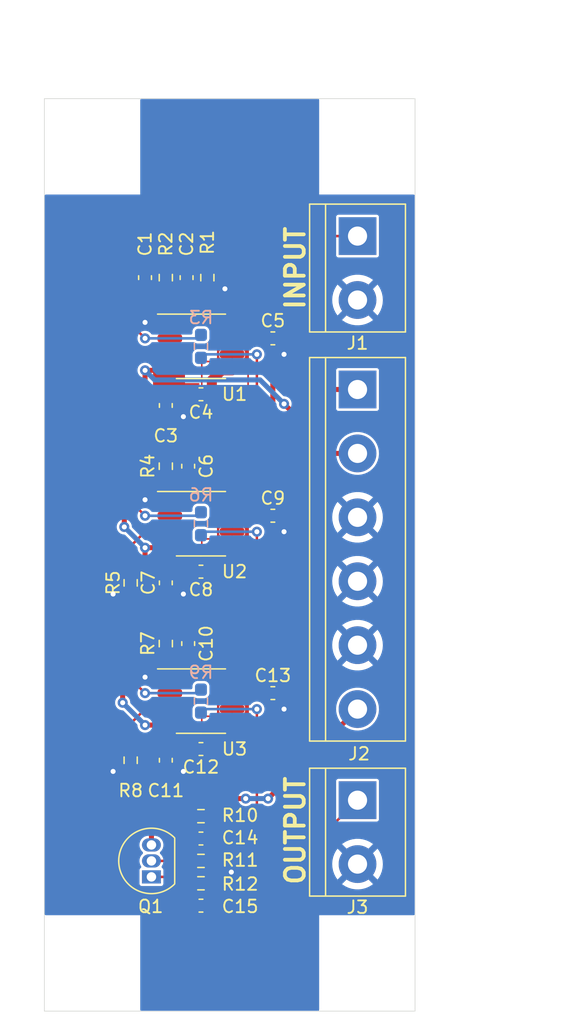
<source format=kicad_pcb>
(kicad_pcb (version 20211014) (generator pcbnew)
  (title_block (title "Променливотоков Усилвател") (date "2022-05-05") (rev "1") (company "Петър Николов") (comment 2 "68гр., II курс, Ф.Н.: 941220031") (comment 3 "ФЕТТ, Автомобилна Електроника"))
  (layers (0 "F.Cu" signal) (31 "B.Cu" signal) (34 "B.Paste" user) (35 "F.Paste" user) (36 "B.SilkS" user "B.Silkscreen") (37 "F.SilkS" user "F.Silkscreen") (38 "B.Mask" user) (39 "F.Mask" user) (44 "Edge.Cuts" user))
  (net 0 "")
  (net 1 "Net-(C1-Pad1)")
  (net 2 "Net-(C1-Pad2)")
  (net 3 "Net-(C2-Pad2)")
  (net 4 "Net-(C2-Pad1)")
  (net 5 "-5V")
  (net 6 "GND")
  (net 7 "Net-(C4-Pad1)")
  (net 8 "+5V")
  (net 9 "Net-(C6-Pad2)")
  (net 10 "Net-(C6-Pad1)")
  (net 11 "Net-(C8-Pad1)")
  (net 12 "Net-(C10-Pad2)")
  (net 13 "Net-(C10-Pad1)")
  (net 14 "Net-(C12-Pad1)")
  (net 15 "Net-(C14-Pad2)")
  (net 16 "Net-(C14-Pad1)")
  (net 17 "Net-(C15-Pad1)")
  (net 18 "Net-(C15-Pad2)")
  (net 19 "+12V")
  (net 20 "Net-(R4-Pad1)")
  (net 21 "Net-(R5-Pad1)")
  (net 22 "Net-(R7-Pad1)")
  (net 23 "Net-(R8-Pad1)")
  (footprint "Capacitor_SMD:C_0603_1608Metric_Pad1.08x0.95mm_HandSolder" (layer "F.Cu") (at 119.253 75.692 90)
    (fp_text reference "C1" (at 2.667 0 270) (layer "F.SilkS"))
    (fp_text value "820nF/5%")
    (fp_line (start -0.146267 -0.51) (end 0.146267 -0.51) (layer "F.SilkS") (width 0.12))
    (fp_line (start -0.146267 0.51) (end 0.146267 0.51) (layer "F.SilkS") (width 0.12))
    (pad "1" smd roundrect locked (at -0.8625 0 90) (size 1.075 0.95) (layers "F.Cu" "F.Paste" "F.Mask") (net 1 "Net-(C1-Pad1)"))
    (pad "2" smd roundrect locked (at 0.8625 0 90) (size 1.075 0.95) (layers "F.Cu" "F.Paste" "F.Mask") (net 2 "Net-(C1-Pad2)"))
  )
  (footprint "Capacitor_SMD:C_0603_1608Metric_Pad1.08x0.95mm_HandSolder" (layer "F.Cu") (at 122.555 75.692 90)
    (fp_text reference "C2" (at 2.667 0 90) (layer "F.SilkS"))
    (fp_text value "820nF/5%")
    (fp_line (start -0.146267 0.51) (end 0.146267 0.51) (layer "F.SilkS") (width 0.12))
    (fp_line (start -0.146267 -0.51) (end 0.146267 -0.51) (layer "F.SilkS") (width 0.12))
    (pad "1" smd roundrect locked (at -0.8625 0 90) (size 1.075 0.95) (layers "F.Cu" "F.Paste" "F.Mask") (net 4 "Net-(C2-Pad1)"))
    (pad "2" smd roundrect locked (at 0.8625 0 90) (size 1.075 0.95) (layers "F.Cu" "F.Paste" "F.Mask") (net 3 "Net-(C2-Pad2)"))
  )
  (footprint "Capacitor_SMD:C_0603_1608Metric_Pad1.08x0.95mm_HandSolder" (layer "F.Cu") (at 120.904 85.852 90)
    (fp_text reference "C3" (at -2.413 0) (layer "F.SilkS"))
    (fp_text value "100nF/10%")
    (fp_line (start -0.146267 -0.51) (end 0.146267 -0.51) (layer "F.SilkS") (width 0.12))
    (fp_line (start -0.146267 0.51) (end 0.146267 0.51) (layer "F.SilkS") (width 0.12))
    (pad "1" smd roundrect locked (at -0.8625 0 90) (size 1.075 0.95) (layers "F.Cu" "F.Paste" "F.Mask") (net 6 "GND"))
    (pad "2" smd roundrect locked (at 0.8625 0 90) (size 1.075 0.95) (layers "F.Cu" "F.Paste" "F.Mask") (net 5 "-5V"))
  )
  (footprint "Capacitor_SMD:C_0603_1608Metric_Pad1.08x0.95mm_HandSolder" (layer "F.Cu") (at 123.698 84.963 180)
    (fp_text reference "C4" (at 0 -1.43) (layer "F.SilkS"))
    (fp_text value "7pF/0.5pF")
    (fp_line (start -0.146267 -0.51) (end 0.146267 -0.51) (layer "F.SilkS") (width 0.12))
    (fp_line (start -0.146267 0.51) (end 0.146267 0.51) (layer "F.SilkS") (width 0.12))
    (pad "1" smd roundrect locked (at -0.8625 0 180) (size 1.075 0.95) (layers "F.Cu" "F.Paste" "F.Mask") (net 7 "Net-(C4-Pad1)"))
    (pad "2" smd roundrect locked (at 0.8625 0 180) (size 1.075 0.95) (layers "F.Cu" "F.Paste" "F.Mask") (net 5 "-5V"))
  )
  (footprint "Capacitor_SMD:C_0603_1608Metric_Pad1.08x0.95mm_HandSolder" (layer "F.Cu") (at 129.413 80.518)
    (fp_text reference "C5" (at 0 -1.397) (layer "F.SilkS"))
    (fp_text value "100nF/10%")
    (fp_line (start -0.146267 0.51) (end 0.146267 0.51) (layer "F.SilkS") (width 0.12))
    (fp_line (start -0.146267 -0.51) (end 0.146267 -0.51) (layer "F.SilkS") (width 0.12))
    (pad "1" smd roundrect locked (at -0.8625 0) (size 1.075 0.95) (layers "F.Cu" "F.Paste" "F.Mask") (net 8 "+5V"))
    (pad "2" smd roundrect locked (at 0.8625 0) (size 1.075 0.95) (layers "F.Cu" "F.Paste" "F.Mask") (net 6 "GND"))
  )
  (footprint "Capacitor_SMD:C_0603_1608Metric_Pad1.08x0.95mm_HandSolder" (layer "F.Cu") (at 122.682 90.678 -90)
    (fp_text reference "C6" (at 0 -1.43 90) (layer "F.SilkS"))
    (fp_text value "560nF/5%")
    (fp_line (start -0.146267 -0.51) (end 0.146267 -0.51) (layer "F.SilkS") (width 0.12))
    (fp_line (start -0.146267 0.51) (end 0.146267 0.51) (layer "F.SilkS") (width 0.12))
    (pad "1" smd roundrect locked (at -0.8625 0 270) (size 1.075 0.95) (layers "F.Cu" "F.Paste" "F.Mask") (net 10 "Net-(C6-Pad1)"))
    (pad "2" smd roundrect locked (at 0.8625 0 270) (size 1.075 0.95) (layers "F.Cu" "F.Paste" "F.Mask") (net 9 "Net-(C6-Pad2)"))
  )
  (footprint "Capacitor_SMD:C_0603_1608Metric_Pad1.08x0.95mm_HandSolder" (layer "F.Cu") (at 120.904 99.949 90)
    (fp_text reference "C7" (at 0 -1.397 90) (layer "F.SilkS"))
    (fp_text value "100nF/10%")
    (fp_line (start -0.146267 0.51) (end 0.146267 0.51) (layer "F.SilkS") (width 0.12))
    (fp_line (start -0.146267 -0.51) (end 0.146267 -0.51) (layer "F.SilkS") (width 0.12))
    (pad "1" smd roundrect locked (at -0.8625 0 90) (size 1.075 0.95) (layers "F.Cu" "F.Paste" "F.Mask") (net 6 "GND"))
    (pad "2" smd roundrect locked (at 0.8625 0 90) (size 1.075 0.95) (layers "F.Cu" "F.Paste" "F.Mask") (net 5 "-5V"))
  )
  (footprint "Capacitor_SMD:C_0603_1608Metric_Pad1.08x0.95mm_HandSolder" (layer "F.Cu") (at 129.413 94.615)
    (fp_text reference "C9" (at 0 -1.397) (layer "F.SilkS"))
    (fp_text value "100nF/10%")
    (fp_line (start -0.146267 -0.51) (end 0.146267 -0.51) (layer "F.SilkS") (width 0.12))
    (fp_line (start -0.146267 0.51) (end 0.146267 0.51) (layer "F.SilkS") (width 0.12))
    (pad "1" smd roundrect locked (at -0.8625 0) (size 1.075 0.95) (layers "F.Cu" "F.Paste" "F.Mask") (net 8 "+5V"))
    (pad "2" smd roundrect locked (at 0.8625 0) (size 1.075 0.95) (layers "F.Cu" "F.Paste" "F.Mask") (net 6 "GND"))
  )
  (footprint "Capacitor_SMD:C_0603_1608Metric_Pad1.08x0.95mm_HandSolder" (layer "F.Cu") (at 122.682 104.775 -90)
    (fp_text reference "C10" (at 0 -1.43 90) (layer "F.SilkS"))
    (fp_text value "560nF/5%")
    (fp_line (start -0.146267 0.51) (end 0.146267 0.51) (layer "F.SilkS") (width 0.12))
    (fp_line (start -0.146267 -0.51) (end 0.146267 -0.51) (layer "F.SilkS") (width 0.12))
    (pad "1" smd roundrect locked (at -0.8625 0 270) (size 1.075 0.95) (layers "F.Cu" "F.Paste" "F.Mask") (net 13 "Net-(C10-Pad1)"))
    (pad "2" smd roundrect locked (at 0.8625 0 270) (size 1.075 0.95) (layers "F.Cu" "F.Paste" "F.Mask") (net 12 "Net-(C10-Pad2)"))
  )
  (footprint "Capacitor_SMD:C_0603_1608Metric_Pad1.08x0.95mm_HandSolder" (layer "F.Cu") (at 120.904 114.046 90)
    (fp_text reference "C11" (at -2.413 0 180) (layer "F.SilkS"))
    (fp_text value "100nF/10%")
    (fp_line (start -0.146267 -0.51) (end 0.146267 -0.51) (layer "F.SilkS") (width 0.12))
    (fp_line (start -0.146267 0.51) (end 0.146267 0.51) (layer "F.SilkS") (width 0.12))
    (pad "1" smd roundrect locked (at -0.8625 0 90) (size 1.075 0.95) (layers "F.Cu" "F.Paste" "F.Mask") (net 6 "GND"))
    (pad "2" smd roundrect locked (at 0.8625 0 90) (size 1.075 0.95) (layers "F.Cu" "F.Paste" "F.Mask") (net 5 "-5V"))
  )
  (footprint "Capacitor_SMD:C_0603_1608Metric_Pad1.08x0.95mm_HandSolder" (layer "F.Cu") (at 123.698 113.157 180)
    (fp_text reference "C12" (at 0 -1.43) (layer "F.SilkS"))
    (fp_text value "0pF")
    (fp_line (start -0.146267 0.51) (end 0.146267 0.51) (layer "F.SilkS") (width 0.12))
    (fp_line (start -0.146267 -0.51) (end 0.146267 -0.51) (layer "F.SilkS") (width 0.12))
    (pad "1" smd roundrect locked (at -0.8625 0 180) (size 1.075 0.95) (layers "F.Cu" "F.Paste" "F.Mask") (net 14 "Net-(C12-Pad1)"))
    (pad "2" smd roundrect locked (at 0.8625 0 180) (size 1.075 0.95) (layers "F.Cu" "F.Paste" "F.Mask") (net 5 "-5V"))
  )
  (footprint "Capacitor_SMD:C_0603_1608Metric_Pad1.08x0.95mm_HandSolder" (layer "F.Cu") (at 129.413 108.712)
    (fp_text reference "C13" (at 0 -1.397) (layer "F.SilkS"))
    (fp_text value "100nF/10%")
    (fp_line (start -0.146267 0.51) (end 0.146267 0.51) (layer "F.SilkS") (width 0.12))
    (fp_line (start -0.146267 -0.51) (end 0.146267 -0.51) (layer "F.SilkS") (width 0.12))
    (pad "1" smd roundrect locked (at -0.8625 0) (size 1.075 0.95) (layers "F.Cu" "F.Paste" "F.Mask") (net 8 "+5V"))
    (pad "2" smd roundrect locked (at 0.8625 0) (size 1.075 0.95) (layers "F.Cu" "F.Paste" "F.Mask") (net 6 "GND"))
  )
  (footprint "Capacitor_SMD:C_0603_1608Metric_Pad1.08x0.95mm_HandSolder" (layer "F.Cu") (at 123.698 120.269)
    (fp_text reference "C14" (at 3.1115 -0.0635) (layer "F.SilkS"))
    (fp_text value "68nF/5%")
    (fp_line (start -0.146267 0.51) (end 0.146267 0.51) (layer "F.SilkS") (width 0.12))
    (fp_line (start -0.146267 -0.51) (end 0.146267 -0.51) (layer "F.SilkS") (width 0.12))
    (pad "1" smd roundrect locked (at -0.8625 0) (size 1.075 0.95) (layers "F.Cu" "F.Paste" "F.Mask") (net 16 "Net-(C14-Pad1)"))
    (pad "2" smd roundrect locked (at 0.8625 0) (size 1.075 0.95) (layers "F.Cu" "F.Paste" "F.Mask") (net 15 "Net-(C14-Pad2)"))
  )
  (footprint "Capacitor_SMD:C_0603_1608Metric_Pad1.08x0.95mm_HandSolder" (layer "F.Cu") (at 123.698 125.603 180)
    (fp_text reference "C15" (at -3.1115 -0.0635) (layer "F.SilkS"))
    (fp_text value "68nF/5%")
    (fp_line (start -0.146267 -0.51) (end 0.146267 -0.51) (layer "F.SilkS") (width 0.12))
    (fp_line (start -0.146267 0.51) (end 0.146267 0.51) (layer "F.SilkS") (width 0.12))
    (pad "1" smd roundrect locked (at -0.8625 0 180) (size 1.075 0.95) (layers "F.Cu" "F.Paste" "F.Mask") (net 17 "Net-(C15-Pad1)"))
    (pad "2" smd roundrect locked (at 0.8625 0 180) (size 1.075 0.95) (layers "F.Cu" "F.Paste" "F.Mask") (net 18 "Net-(C15-Pad2)"))
  )
  (footprint "TerminalBlock:TerminalBlock_bornier-2_P5.08mm" (layer "F.Cu") (at 136.144 72.39 -90)
    (fp_text reference "J1" (at 8.509 0 180) (layer "F.SilkS"))
    (fp_text value "Signal_Input")
    (fp_line (start 7.62 2.54) (end -2.54 2.54) (layer "F.SilkS") (width 0.12))
    (fp_line (start -2.54 -3.81) (end -2.54 3.81) (layer "F.SilkS") (width 0.12))
    (fp_line (start 7.62 -3.81) (end -2.54 -3.81) (layer "F.SilkS") (width 0.12))
    (fp_line (start 7.62 3.81) (end 7.62 -3.81) (layer "F.SilkS") (width 0.12))
    (fp_line (start -2.54 3.81) (end 7.62 3.81) (layer "F.SilkS") (width 0.12))
    (pad "1" thru_hole rect locked (at 0 0 270) (size 3 3) (drill 1.52) (layers *.Cu *.Mask) (net 2 "Net-(C1-Pad2)"))
    (pad "2" thru_hole circle locked (at 5.08 0 270) (size 3 3) (drill 1.52) (layers *.Cu *.Mask) (net 6 "GND"))
  )
  (footprint "TerminalBlock:TerminalBlock_bornier-6_P5.08mm" (layer "F.Cu") (at 136.144 84.582 -90)
    (fp_text reference "J2" (at 28.956 -0.127 180) (layer "F.SilkS"))
    (fp_text value "Conn_Power_Supply")
    (fp_line (start -2.54 3.81) (end 27.94 3.81) (layer "F.SilkS") (width 0.12))
    (fp_line (start -2.54 -3.81) (end -2.54 3.81) (layer "F.SilkS") (width 0.12))
    (fp_line (start -2.54 2.54) (end 27.94 2.54) (layer "F.SilkS") (width 0.12))
    (fp_line (start 27.94 3.81) (end 27.94 -3.81) (layer "F.SilkS") (width 0.12))
    (fp_line (start -2.54 -3.81) (end 27.94 -3.81) (layer "F.SilkS") (width 0.12))
    (pad "1" thru_hole rect locked (at 0 0 270) (size 3 3) (drill 1.52) (layers *.Cu *.Mask) (net 8 "+5V"))
    (pad "2" thru_hole circle locked (at 5.08 0 270) (size 3 3) (drill 1.52) (layers *.Cu *.Mask) (net 5 "-5V"))
    (pad "3" thru_hole circle locked (at 10.16 0 270) (size 3 3) (drill 1.52) (layers *.Cu *.Mask) (net 6 "GND"))
    (pad "4" thru_hole circle locked (at 15.24 0 270) (size 3 3) (drill 1.52) (layers *.Cu *.Mask) (net 6 "GND"))
    (pad "5" thru_hole circle locked (at 20.32 0 270) (size 3 3) (drill 1.52) (layers *.Cu *.Mask) (net 6 "GND"))
    (pad "6" thru_hole circle locked (at 25.4 0 270) (size 3 3) (drill 1.52) (layers *.Cu *.Mask) (net 19 "+12V"))
  )
  (footprint "TerminalBlock:TerminalBlock_bornier-2_P5.08mm" (layer "F.Cu") (at 136.144 117.221 -90)
    (fp_text reference "J3" (at 8.509 0 -180) (layer "F.SilkS"))
    (fp_text value "Signal_Output")
    (fp_line (start 7.62 2.54) (end -2.54 2.54) (layer "F.SilkS") (width 0.12))
    (fp_line (start 7.62 -3.81) (end -2.54 -3.81) (layer "F.SilkS") (width 0.12))
    (fp_line (start -2.54 -3.81) (end -2.54 3.81) (layer "F.SilkS") (width 0.12))
    (fp_line (start 7.62 3.81) (end 7.62 -3.81) (layer "F.SilkS") (width 0.12))
    (fp_line (start -2.54 3.81) (end 7.62 3.81) (layer "F.SilkS") (width 0.12))
    (pad "1" thru_hole rect locked (at 0 0 270) (size 3 3) (drill 1.52) (layers *.Cu *.Mask) (net 17 "Net-(C15-Pad1)"))
    (pad "2" thru_hole circle locked (at 5.08 0 270) (size 3 3) (drill 1.52) (layers *.Cu *.Mask) (net 6 "GND"))
  )
  (footprint "Package_TO_SOT_THT:TO-92_Inline" (layer "F.Cu") (at 119.761 123.317 90)
    (fp_text reference "Q1" (at -2.3495 -0.0635 180) (layer "F.SilkS"))
    (fp_text value "2N7000")
    (fp_line (start -0.53 1.85) (end 3.07 1.85) (layer "F.SilkS") (width 0.12))
    (fp_arc (start -0.568478 1.838478) (mid -1.132087 -0.994977) (end 1.27 -2.6) (layer "F.SilkS") (width 0.12))
    (fp_arc (start 1.27 -2.6) (mid 3.672087 -0.994977) (end 3.108478 1.838478) (layer "F.SilkS") (width 0.12))
    (pad "1" thru_hole rect locked (at 0 0 90) (size 1.05 1.5) (drill 0.75) (layers *.Cu *.Mask) (net 18 "Net-(C15-Pad2)"))
    (pad "2" thru_hole oval locked (at 1.27 0 90) (size 1.05 1.5) (drill 0.75) (layers *.Cu *.Mask) (net 16 "Net-(C14-Pad1)"))
    (pad "3" thru_hole oval locked (at 2.54 0 90) (size 1.05 1.5) (drill 0.75) (layers *.Cu *.Mask) (net 19 "+12V"))
  )
  (footprint "Resistor_SMD:R_0603_1608Metric_Pad0.98x0.95mm_HandSolder" (layer "F.Cu") (at 124.206 75.692 -90)
    (fp_text reference "R1" (at -2.794 0 90) (layer "F.SilkS"))
    (fp_text value "10k/1%")
    (fp_line (start -0.254724 0.5225) (end 0.254724 0.5225) (layer "F.SilkS") (width 0.12))
    (fp_line (start -0.254724 -0.5225) (end 0.254724 -0.5225) (layer "F.SilkS") (width 0.12))
    (pad "1" smd roundrect locked (at -0.9125 0 270) (size 0.975 0.95) (layers "F.Cu" "F.Paste" "F.Mask") (net 3 "Net-(C2-Pad2)"))
    (pad "2" smd roundrect locked (at 0.9125 0 270) (size 0.975 0.95) (layers "F.Cu" "F.Paste" "F.Mask") (net 6 "GND"))
  )
  (footprint "Resistor_SMD:R_0603_1608Metric_Pad0.98x0.95mm_HandSolder" (layer "F.Cu") (at 120.904 75.692 -90)
    (fp_text reference "R2" (at -2.667 0 -90) (layer "F.SilkS"))
    (fp_text value "20k/1%")
    (fp_line (start -0.254724 -0.5225) (end 0.254724 -0.5225) (layer "F.SilkS") (width 0.12))
    (fp_line (start -0.254724 0.5225) (end 0.254724 0.5225) (layer "F.SilkS") (width 0.12))
    (pad "1" smd roundrect locked (at -0.9125 0 270) (size 0.975 0.95) (layers "F.Cu" "F.Paste" "F.Mask") (net 3 "Net-(C2-Pad2)"))
    (pad "2" smd roundrect locked (at 0.9125 0 270) (size 0.975 0.95) (layers "F.Cu" "F.Paste" "F.Mask") (net 1 "Net-(C1-Pad1)"))
  )
  (footprint "Resistor_SMD:R_0603_1608Metric_Pad0.98x0.95mm_HandSolder" (layer "F.Cu") (at 120.904 90.678 90)
    (fp_text reference "R4" (at 0 -1.43 90) (layer "F.SilkS"))
    (fp_text value "1k/1%")
    (fp_line (start -0.254724 -0.5225) (end 0.254724 -0.5225) (layer "F.SilkS") (width 0.12))
    (fp_line (start -0.254724 0.5225) (end 0.254724 0.5225) (layer "F.SilkS") (width 0.12))
    (pad "1" smd roundrect locked (at -0.9125 0 90) (size 0.975 0.95) (layers "F.Cu" "F.Paste" "F.Mask") (net 20 "Net-(R4-Pad1)"))
    (pad "2" smd roundrect locked (at 0.9125 0 90) (size 0.975 0.95) (layers "F.Cu" "F.Paste" "F.Mask") (net 10 "Net-(C6-Pad1)"))
  )
  (footprint "Resistor_SMD:R_0603_1608Metric_Pad0.98x0.95mm_HandSolder" (layer "F.Cu") (at 120.904 104.775 90)
    (fp_text reference "R7" (at 0 -1.43 90) (layer "F.SilkS"))
    (fp_text value "1k/1%")
    (fp_line (start -0.254724 0.5225) (end 0.254724 0.5225) (layer "F.SilkS") (width 0.12))
    (fp_line (start -0.254724 -0.5225) (end 0.254724 -0.5225) (layer "F.SilkS") (width 0.12))
    (pad "1" smd roundrect locked (at -0.9125 0 90) (size 0.975 0.95) (layers "F.Cu" "F.Paste" "F.Mask") (net 22 "Net-(R7-Pad1)"))
    (pad "2" smd roundrect locked (at 0.9125 0 90) (size 0.975 0.95) (layers "F.Cu" "F.Paste" "F.Mask") (net 13 "Net-(C10-Pad1)"))
  )
  (footprint "Resistor_SMD:R_0603_1608Metric_Pad0.98x0.95mm_HandSolder" (layer "F.Cu") (at 118.11 114.046 -90)
    (fp_text reference "R8" (at 2.413 0 180) (layer "F.SilkS"))
    (fp_text value "20k/1%")
    (fp_line (start -0.254724 -0.5225) (end 0.254724 -0.5225) (layer "F.SilkS") (width 0.12))
    (fp_line (start -0.254724 0.5225) (end 0.254724 0.5225) (layer "F.SilkS") (width 0.12))
    (pad "1" smd roundrect locked (at -0.9125 0 270) (size 0.975 0.95) (layers "F.Cu" "F.Paste" "F.Mask") (net 23 "Net-(R8-Pad1)"))
    (pad "2" smd roundrect locked (at 0.9125 0 270) (size 0.975 0.95) (layers "F.Cu" "F.Paste" "F.Mask") (net 6 "GND"))
  )
  (footprint "Resistor_SMD:R_0603_1608Metric_Pad0.98x0.95mm_HandSolder" (layer "F.Cu") (at 123.698 118.491 180)
    (fp_text reference "R10" (at -3.1115 0.0635) (layer "F.SilkS"))
    (fp_text value "14k3/1%")
    (fp_line (start -0.254724 0.5225) (end 0.254724 0.5225) (layer "F.SilkS") (width 0.12))
    (fp_line (start -0.254724 -0.5225) (end 0.254724 -0.5225) (layer "F.SilkS") (width 0.12))
    (pad "1" smd roundrect locked (at -0.9125 0 180) (size 0.975 0.95) (layers "F.Cu" "F.Paste" "F.Mask") (net 19 "+12V"))
    (pad "2" smd roundrect locked (at 0.9125 0 180) (size 0.975 0.95) (layers "F.Cu" "F.Paste" "F.Mask") (net 16 "Net-(C14-Pad1)"))
  )
  (footprint "Resistor_SMD:R_0603_1608Metric_Pad0.98x0.95mm_HandSolder" (layer "F.Cu") (at 123.698 122.047)
    (fp_text reference "R11" (at 3.1115 -0.0635) (layer "F.SilkS"))
    (fp_text value "32k4/1%")
    (fp_line (start -0.254724 -0.5225) (end 0.254724 -0.5225) (layer "F.SilkS") (width 0.12))
    (fp_line (start -0.254724 0.5225) (end 0.254724 0.5225) (layer "F.SilkS") (width 0.12))
    (pad "1" smd roundrect locked (at -0.9125 0) (size 0.975 0.95) (layers "F.Cu" "F.Paste" "F.Mask") (net 16 "Net-(C14-Pad1)"))
    (pad "2" smd roundrect locked (at 0.9125 0) (size 0.975 0.95) (layers "F.Cu" "F.Paste" "F.Mask") (net 6 "GND"))
  )
  (footprint "Resistor_SMD:R_0603_1608Metric_Pad0.98x0.95mm_HandSolder" (layer "F.Cu") (at 123.698 123.825)
    (fp_text reference "R12" (at 3.1115 0.0635) (layer "F.SilkS"))
    (fp_text value "6k04/1%")
    (fp_line (start -0.254724 0.5225) (end 0.254724 0.5225) (layer "F.SilkS") (width 0.12))
    (fp_line (start -0.254724 -0.5225) (end 0.254724 -0.5225) (layer "F.SilkS") (width 0.12))
    (pad "1" smd roundrect locked (at -0.9125 0) (size 0.975 0.95) (layers "F.Cu" "F.Paste" "F.Mask") (net 18 "Net-(C15-Pad2)"))
    (pad "2" smd roundrect locked (at 0.9125 0) (size 0.975 0.95) (layers "F.Cu" "F.Paste" "F.Mask") (net 6 "GND"))
  )
  (footprint "Package_SO:SOIC-8_3.9x4.9mm_P1.27mm" (layer "F.Cu") (at 123.698 81.153)
    (fp_text reference "U1" (at 2.667 3.81) (layer "F.SilkS"))
    (fp_text value "AD8021ARZ")
    (fp_line (start 0 2.56) (end 1.95 2.56) (layer "F.SilkS") (width 0.12))
    (fp_line (start 0 -2.56) (end -3.45 -2.56) (layer "F.SilkS") (width 0.12))
    (fp_line (start 0 2.56) (end -1.95 2.56) (layer "F.SilkS") (width 0.12))
    (fp_line (start 0 -2.56) (end 1.95 -2.56) (layer "F.SilkS") (width 0.12))
    (pad "1" smd roundrect locked (at -2.475 -1.905) (size 1.95 0.6) (layers "F.Cu" "F.Paste" "F.Mask") (net 6 "GND"))
    (pad "2" smd roundrect locked (at -2.475 -0.635) (size 1.95 0.6) (layers "F.Cu" "F.Paste" "F.Mask") (net 4 "Net-(C2-Pad1)"))
    (pad "3" smd roundrect locked (at -2.475 0.635) (size 1.95 0.6) (layers "F.Cu" "F.Paste" "F.Mask") (net 1 "Net-(C1-Pad1)"))
    (pad "4" smd roundrect locked (at -2.475 1.905) (size 1.95 0.6) (layers "F.Cu" "F.Paste" "F.Mask") (net 5 "-5V"))
    (pad "5" smd roundrect locked (at 2.475 1.905) (size 1.95 0.6) (layers "F.Cu" "F.Paste" "F.Mask") (net 7 "Net-(C4-Pad1)"))
    (pad "6" smd roundrect locked (at 2.475 0.635) (size 1.95 0.6) (layers "F.Cu" "F.Paste" "F.Mask") (net 9 "Net-(C6-Pad2)"))
    (pad "7" smd roundrect locked (at 2.475 -0.635) (size 1.95 0.6) (layers "F.Cu" "F.Paste" "F.Mask") (net 8 "+5V"))
    (pad "8" smd roundrect locked (at 2.475 -1.905) (size 1.95 0.6) (layers "F.Cu" "F.Paste" "F.Mask") (net 8 "+5V"))
  )
  (footprint "Package_SO:SOIC-8_3.9x4.9mm_P1.27mm" (layer "F.Cu") (at 123.698 95.25)
    (fp_text reference "U2" (at 2.667 3.81) (layer "F.SilkS"))
    (fp_text value "AD8021ARZ")
    (fp_line (start 0 -2.56) (end 1.95 -2.56) (layer "F.SilkS") (width 0.12))
    (fp_line (start 0 -2.56) (end -3.45 -2.56) (layer "F.SilkS") (width 0.12))
    (fp_line (start 0 2.56) (end 1.95 2.56) (layer "F.SilkS") (width 0.12))
    (fp_line (start 0 2.56) (end -1.95 2.56) (layer "F.SilkS") (width 0.12))
    (pad "1" smd roundrect locked (at -2.475 -1.905) (size 1.95 0.6) (layers "F.Cu" "F.Paste" "F.Mask") (net 6 "GND"))
    (pad "2" smd roundrect locked (at -2.475 -0.635) (size 1.95 0.6) (layers "F.Cu" "F.Paste" "F.Mask") (net 20 "Net-(R4-Pad1)"))
    (pad "3" smd roundrect locked (at -2.475 0.635) (size 1.95 0.6) (layers "F.Cu" "F.Paste" "F.Mask") (net 21 "Net-(R5-Pad1)"))
    (pad "4" smd roundrect locked (at -2.475 1.905) (size 1.95 0.6) (layers "F.Cu" "F.Paste" "F.Mask") (net 5 "-5V"))
    (pad "5" smd roundrect locked (at 2.475 1.905) (size 1.95 0.6) (layers "F.Cu" "F.Paste" "F.Mask") (net 11 "Net-(C8-Pad1)"))
    (pad "6" smd roundrect locked (at 2.475 0.635) (size 1.95 0.6) (layers "F.Cu" "F.Paste" "F.Mask") (net 12 "Net-(C10-Pad2)"))
    (pad "7" smd roundrect locked (at 2.475 -0.635) (size 1.95 0.6) (layers "F.Cu" "F.Paste" "F.Mask") (net 8 "+5V"))
    (pad "8" smd roundrect locked (at 2.475 -1.905) (size 1.95 0.6) (layers "F.Cu" "F.Paste" "F.Mask") (net 8 "+5V"))
  )
  (footprint "Package_SO:SOIC-8_3.9x4.9mm_P1.27mm" (layer "F.Cu") (at 123.698 109.347)
    (fp_text reference "U3" (at 2.667 3.81) (layer "F.SilkS"))
    (fp_text value "AD8021ARZ")
    (fp_line (start 0 2.56) (end 1.95 2.56) (layer "F.SilkS") (width 0.12))
    (fp_line (start 0 2.56) (end -1.95 2.56) (layer "F.SilkS") (width 0.12))
    (fp_line (start 0 -2.56) (end -3.45 -2.56) (layer "F.SilkS") (width 0.12))
    (fp_line (start 0 -2.56) (end 1.95 -2.56) (layer "F.SilkS") (width 0.12))
    (pad "1" smd roundrect locked (at -2.475 -1.905) (size 1.95 0.6) (layers "F.Cu" "F.Paste" "F.Mask") (net 6 "GND"))
    (pad "2" smd roundrect locked (at -2.475 -0.635) (size 1.95 0.6) (layers "F.Cu" "F.Paste" "F.Mask") (net 22 "Net-(R7-Pad1)"))
    (pad "3" smd roundrect locked (at -2.475 0.635) (size 1.95 0.6) (layers "F.Cu" "F.Paste" "F.Mask") (net 23 "Net-(R8-Pad1)"))
    (pad "4" smd roundrect locked (at -2.475 1.905) (size 1.95 0.6) (layers "F.Cu" "F.Paste" "F.Mask") (net 5 "-5V"))
    (pad "5" smd roundrect locked (at 2.475 1.905) (size 1.95 0.6) (layers "F.Cu" "F.Paste" "F.Mask") (net 14 "Net-(C12-Pad1)"))
    (pad "6" smd roundrect locked (at 2.475 0.635) (size 1.95 0.6) (layers "F.Cu" "F.Paste" "F.Mask") (net 15 "Net-(C14-Pad2)"))
    (pad "7" smd roundrect locked (at 2.475 -0.635) (size 1.95 0.6) (layers "F.Cu" "F.Paste" "F.Mask") (net 8 "+5V"))
    (pad "8" smd roundrect locked (at 2.475 -1.905) (size 1.95 0.6) (layers "F.Cu" "F.Paste" "F.Mask") (net 8 "+5V"))
  )
  (footprint "Resistor_SMD:R_0603_1608Metric_Pad0.98x0.95mm_HandSolder" (layer "F.Cu") (at 118.11 99.949 -90)
    (fp_text reference "R5" (at 0 1.397 -90) (layer "F.SilkS"))
    (fp_text value "20k/1%")
    (fp_line (start -0.254724 0.5225) (end 0.254724 0.5225) (layer "F.SilkS") (width 0.12))
    (fp_line (start -0.254724 -0.5225) (end 0.254724 -0.5225) (layer "F.SilkS") (width 0.12))
    (pad "1" smd roundrect locked (at -0.9125 0 270) (size 0.975 0.95) (layers "F.Cu" "F.Paste" "F.Mask") (net 21 "Net-(R5-Pad1)"))
    (pad "2" smd roundrect locked (at 0.9125 0 270) (size 0.975 0.95) (layers "F.Cu" "F.Paste" "F.Mask") (net 6 "GND"))
  )
  (footprint "Capacitor_SMD:C_0603_1608Metric_Pad1.08x0.95mm_HandSolder" (layer "F.Cu") (at 123.698 99.06 180)
    (fp_text reference "C8" (at 0 -1.43) (layer "F.SilkS"))
    (fp_text value "0pF")
    (fp_line (start -0.146267 -0.51) (end 0.146267 -0.51) (layer "F.SilkS") (width 0.12))
    (fp_line (start -0.146267 0.51) (end 0.146267 0.51) (layer "F.SilkS") (width 0.12))
    (pad "1" smd roundrect locked (at -0.8625 0 180) (size 1.075 0.95) (layers "F.Cu" "F.Paste" "F.Mask") (net 11 "Net-(C8-Pad1)"))
    (pad "2" smd roundrect locked (at 0.8625 0 180) (size 1.075 0.95) (layers "F.Cu" "F.Paste" "F.Mask") (net 5 "-5V"))
  )
  (footprint "MountingHole:MountingHole_3mm" (layer "F.Cu") (at 136.906 65.278)
    (fp_text reference "REF**" hide)
    (fp_text value "MountingHole_3mm")
    (pad "" np_thru_hole circle locked (at 0 0) (size 3 3) (drill 3) (layers *.Cu *.Mask))
  )
  (footprint "MountingHole:MountingHole_3mm" (layer "F.Cu") (at 115.062 130.175)
    (fp_text reference "REF**" hide)
    (fp_text value "MountingHole_3mm")
    (pad "" np_thru_hole circle locked (at 0 0) (size 3 3) (drill 3) (layers *.Cu *.Mask))
  )
  (footprint "MountingHole:MountingHole_3mm" (layer "F.Cu") (at 136.906 130.175)
    (fp_text reference "REF**" hide)
    (fp_text value "MountingHole_3mm")
    (pad "" np_thru_hole circle locked (at 0 0) (size 3 3) (drill 3) (layers *.Cu *.Mask))
  )
  (footprint "MountingHole:MountingHole_3mm" (layer "F.Cu") (at 115.062 65.278)
    (fp_text reference "REF**" hide)
    (fp_text value "MountingHole_3mm")
    (pad "" np_thru_hole circle locked (at 0 0) (size 3 3) (drill 3) (layers *.Cu *.Mask))
  )
  (footprint "Resistor_SMD:R_0603_1608Metric_Pad0.98x0.95mm_HandSolder" (layer "B.Cu") (at 123.698 81.153 90)
    (fp_text reference "R3" (at 2.286 0 180) (layer "B.SilkS") (effects (justify mirror)))
    (fp_text value "10k/1%")
    (fp_line (start -0.254724 0.5225) (end 0.254724 0.5225) (layer "B.SilkS") (width 0.12))
    (fp_line (start -0.254724 -0.5225) (end 0.254724 -0.5225) (layer "B.SilkS") (width 0.12))
    (pad "1" smd roundrect locked (at -0.9125 0 90) (size 0.975 0.95) (layers "B.Cu" "B.Paste" "B.Mask") (net 9 "Net-(C6-Pad2)"))
    (pad "2" smd roundrect locked (at 0.9125 0 90) (size 0.975 0.95) (layers "B.Cu" "B.Paste" "B.Mask") (net 4 "Net-(C2-Pad1)"))
  )
  (footprint "Resistor_SMD:R_0603_1608Metric_Pad0.98x0.95mm_HandSolder" (layer "B.Cu") (at 123.698 95.25 90)
    (fp_text reference "R6" (at 2.286 0 180) (layer "B.SilkS") (effects (justify mirror)))
    (fp_text value "10k/1%")
    (fp_line (start -0.254724 0.5225) (end 0.254724 0.5225) (layer "B.SilkS") (width 0.12))
    (fp_line (start -0.254724 -0.5225) (end 0.254724 -0.5225) (layer "B.SilkS") (width 0.12))
    (pad "1" smd roundrect locked (at -0.9125 0 90) (size 0.975 0.95) (layers "B.Cu" "B.Paste" "B.Mask") (net 12 "Net-(C10-Pad2)"))
    (pad "2" smd roundrect locked (at 0.9125 0 90) (size 0.975 0.95) (layers "B.Cu" "B.Paste" "B.Mask") (net 20 "Net-(R4-Pad1)"))
  )
  (footprint "Resistor_SMD:R_0603_1608Metric_Pad0.98x0.95mm_HandSolder" (layer "B.Cu") (at 123.698 109.347 90)
    (fp_text reference "R9" (at 2.286 0 180) (layer "B.SilkS") (effects (justify mirror)))
    (fp_text value "10k/1%")
    (fp_line (start -0.254724 0.5225) (end 0.254724 0.5225) (layer "B.SilkS") (width 0.12))
    (fp_line (start -0.254724 -0.5225) (end 0.254724 -0.5225) (layer "B.SilkS") (width 0.12))
    (pad "1" smd roundrect locked (at -0.9125 0 90) (size 0.975 0.95) (layers "B.Cu" "B.Paste" "B.Mask") (net 15 "Net-(C14-Pad2)"))
    (pad "2" smd roundrect locked (at 0.9125 0 90) (size 0.975 0.95) (layers "B.Cu" "B.Paste" "B.Mask") (net 22 "Net-(R7-Pad1)"))
  )
  (gr_line (start 140.716 133.985) (end 140.716 61.468) (layer "Edge.Cuts") (width 0.05))
  (gr_line (start 111.252 61.468) (end 111.252 133.985) (layer "Edge.Cuts") (width 0.05))
  (gr_line (start 111.252 133.985) (end 140.716 133.985) (layer "Edge.Cuts") (width 0.05))
  (gr_line (start 140.716 61.468) (end 111.252 61.468) (layer "Edge.Cuts") (width 0.05))
  (gr_text "INPUT" (at 131.191 74.93 90) (layer "F.SilkS") (effects (font (size 1.5 1.5) (thickness 0.3))))
  (gr_text "OUTPUT" (at 131.191 119.634 90) (layer "F.SilkS") (effects (font (size 1.5 1.5) (thickness 0.3))))
  (segment (start 117.983 80.518) (end 117.983 78.232) (width 0.2) (layer "F.Cu") (net 1))
  (segment (start 119.253 81.788) (end 117.983 80.518) (width 0.2) (layer "F.Cu") (net 1))
  (segment (start 119.253 76.5545) (end 120.854 76.5545) (width 0.2) (layer "F.Cu") (net 1))
  (segment (start 118.491 77.724) (end 119.7845 77.724) (width 0.2) (layer "F.Cu") (net 1))
  (segment (start 119.7845 77.724) (end 120.904 76.6045) (width 0.2) (layer "F.Cu") (net 1))
  (segment (start 117.983 78.232) (end 118.491 77.724) (width 0.2) (layer "F.Cu") (net 1))
  (segment (start 121.223 81.788) (end 119.253 81.788) (width 0.2) (layer "F.Cu") (net 1))
  (segment (start 120.854 76.5545) (end 120.904 76.6045) (width 0.2) (layer "F.Cu") (net 1))
  (segment (start 119.253 74.8295) (end 121.6925 72.39) (width 0.2) (layer "F.Cu") (net 2))
  (segment (start 121.6925 72.39) (end 136.144 72.39) (width 0.2) (layer "F.Cu") (net 2))
  (segment (start 122.555 74.8295) (end 124.156 74.8295) (width 0.2) (layer "F.Cu") (net 3))
  (segment (start 122.555 74.8295) (end 120.954 74.8295) (width 0.2) (layer "F.Cu") (net 3))
  (segment (start 124.156 74.8295) (end 124.206 74.7795) (width 0.2) (layer "F.Cu") (net 3))
  (segment (start 120.954 74.8295) (end 120.904 74.7795) (width 0.2) (layer "F.Cu") (net 3))
  (segment (start 118.872 78.105) (end 121.0045 78.105) (width 0.2) (layer "F.Cu") (net 4))
  (segment (start 119.253 80.518) (end 118.491 79.756) (width 0.2) (layer "F.Cu") (net 4))
  (segment (start 118.491 79.756) (end 118.491 78.486) (width 0.2) (layer "F.Cu") (net 4))
  (segment (start 121.0045 78.105) (end 122.555 76.5545) (width 0.2) (layer "F.Cu") (net 4))
  (segment (start 118.491 78.486) (end 118.872 78.105) (width 0.2) (layer "F.Cu") (net 4))
  (segment (start 121.223 80.518) (end 119.253 80.518) (width 0.2) (layer "F.Cu") (net 4))
  (via (at 119.253 80.518) (size 0.8) (drill 0.4) (layers "F.Cu" "B.Cu") (net 4))
  (segment (start 119.253 80.518) (end 123.4205 80.518) (width 0.2) (layer "B.Cu") (net 4))
  (segment (start 123.4205 80.518) (end 123.698 80.2405) (width 0.2) (layer "B.Cu") (net 4))
  (segment (start 134.239 89.662) (end 136.144 89.662) (width 0.4) (layer "F.Cu") (net 5))
  (segment (start 117.475 104.902) (end 119.253 103.124) (width 0.4) (layer "F.Cu") (net 5))
  (segment (start 130.302 85.725) (end 134.239 89.662) (width 0.4) (layer "F.Cu") (net 5))
  (segment (start 117.602 95.504) (end 117.602 90.678) (width 0.4) (layer "F.Cu") (net 5))
  (segment (start 117.475 109.474) (end 117.475 104.902) (width 0.4) (layer "F.Cu") (net 5))
  (segment (start 119.253 103.124) (end 119.253 97.155) (width 0.4) (layer "F.Cu") (net 5))
  (segment (start 117.602 90.678) (end 119.253 89.027) (width 0.4) (layer "F.Cu") (net 5))
  (segment (start 121.223 97.155) (end 119.253 97.155) (width 0.4) (layer "F.Cu") (net 5))
  (segment (start 119.253 89.027) (end 119.253 83.058) (width 0.4) (layer "F.Cu") (net 5))
  (segment (start 121.223 111.252) (end 119.253 111.252) (width 0.4) (layer "F.Cu") (net 5))
  (segment (start 121.223 83.058) (end 119.253 83.058) (width 0.4) (layer "F.Cu") (net 5))
  (via (at 119.253 83.058) (size 0.8) (drill 0.4) (layers "F.Cu" "B.Cu") (net 5))
  (via (at 117.475 109.474) (size 0.8) (drill 0.4) (layers "F.Cu" "B.Cu") (net 5))
  (via (at 119.253 97.155) (size 0.8) (drill 0.4) (layers "F.Cu" "B.Cu") (net 5))
  (via (at 119.253 111.252) (size 0.8) (drill 0.4) (layers "F.Cu" "B.Cu") (net 5))
  (via (at 117.602 95.504) (size 0.8) (drill 0.4) (layers "F.Cu" "B.Cu") (net 5))
  (via (at 130.302 85.725) (size 0.8) (drill 0.4) (layers "F.Cu" "B.Cu") (net 5))
  (segment (start 119.253 83.058) (end 120.015 83.82) (width 0.4) (layer "B.Cu") (net 5))
  (segment (start 119.253 111.252) (end 117.475 109.474) (width 0.4) (layer "B.Cu") (net 5))
  (segment (start 128.397 83.82) (end 130.302 85.725) (width 0.4) (layer "B.Cu") (net 5))
  (segment (start 119.253 97.155) (end 117.602 95.504) (width 0.4) (layer "B.Cu") (net 5))
  (segment (start 120.015 83.82) (end 128.397 83.82) (width 0.4) (layer "B.Cu") (net 5))
  (segment (start 120.904 114.9085) (end 122.2745 114.9085) (width 0.4) (layer "F.Cu") (net 6))
  (segment (start 116.7365 100.8615) (end 116.713 100.838) (width 0.4) (layer "F.Cu") (net 6))
  (segment (start 121.223 79.248) (end 119.253 79.248) (width 0.2) (layer "F.Cu") (net 6))
  (segment (start 125.222 123.825) (end 126.111 122.936) (width 0.4) (layer "F.Cu") (net 6))
  (segment (start 124.6105 123.825) (end 125.222 123.825) (width 0.4) (layer "F.Cu") (net 6))
  (segment (start 124.6105 122.047) (end 125.222 122.047) (width 0.4) (layer "F.Cu") (net 6))
  (segment (start 121.223 107.442) (end 119.253 107.442) (width 0.2) (layer "F.Cu") (net 6))
  (segment (start 122.2745 86.7145) (end 122.301 86.741) (width 0.4) (layer "F.Cu") (net 6))
  (segment (start 125.5795 76.6045) (end 125.603 76.581) (width 0.4) (layer "F.Cu") (net 6))
  (segment (start 118.11 114.9585) (end 116.7365 114.9585) (width 0.4) (layer "F.Cu") (net 6))
  (segment (start 130.2755 108.712) (end 130.2755 109.9555) (width 0.4) (layer "F.Cu") (net 6))
  (segment (start 130.2755 80.518) (end 130.2755 81.7615) (width 0.4) (layer "F.Cu") (net 6))
  (segment (start 120.904 86.7145) (end 122.2745 86.7145) (width 0.4) (layer "F.Cu") (net 6))
  (segment (start 116.7365 114.9585) (end 116.713 114.935) (width 0.4) (layer "F.Cu") (net 6))
  (segment (start 121.223 93.345) (end 119.253 93.345) (width 0.2) (layer "F.Cu") (net 6))
  (segment (start 122.2745 114.9085) (end 122.301 114.935) (width 0.4) (layer "F.Cu") (net 6))
  (segment (start 125.222 122.047) (end 126.111 122.936) (width 0.4) (layer "F.Cu") (net 6))
  (segment (start 130.2755 81.7615) (end 130.302 81.788) (width 0.4) (layer "F.Cu") (net 6))
  (segment (start 130.2755 95.8585) (end 130.302 95.885) (width 0.4) (layer "F.Cu") (net 6))
  (segment (start 118.11 100.8615) (end 116.7365 100.8615) (width 0.4) (layer "F.Cu") (net 6))
  (segment (start 130.2755 94.615) (end 130.2755 95.8585) (width 0.4) (layer "F.Cu") (net 6))
  (segment (start 124.206 76.6045) (end 125.5795 76.6045) (width 0.4) (layer "F.Cu") (net 6))
  (segment (start 130.2755 109.9555) (end 130.302 109.982) (width 0.4) (layer "F.Cu") (net 6))
  (segment (start 122.2745 100.8115) (end 122.301 100.838) (width 0.4) (layer "F.Cu") (net 6))
  (segment (start 120.904 100.8115) (end 122.2745 100.8115) (width 0.4) (layer "F.Cu") (net 6))
  (via (at 122.301 86.741) (size 0.8) (drill 0.4) (layers "F.Cu" "B.Cu") (net 6))
  (via (at 125.603 76.581) (size 0.8) (drill 0.4) (layers "F.Cu" "B.Cu") (net 6))
  (via (at 130.302 109.982) (size 0.8) (drill 0.4) (layers "F.Cu" "B.Cu") (net 6))
  (via (at 130.302 95.885) (size 0.8) (drill 0.4) (layers "F.Cu" "B.Cu") (net 6))
  (via (at 116.713 100.838) (size 0.8) (drill 0.4) (layers "F.Cu" "B.Cu") (net 6))
  (via (at 119.253 79.248) (size 0.8) (drill 0.4) (layers "F.Cu" "B.Cu") (net 6))
  (via (at 119.253 107.442) (size 0.8) (drill 0.4) (layers "F.Cu" "B.Cu") (net 6))
  (via (at 126.111 122.936) (size 0.8) (drill 0.4) (layers "F.Cu" "B.Cu") (net 6))
  (via (at 130.302 81.788) (size 0.8) (drill 0.4) (layers "F.Cu" "B.Cu") (net 6))
  (via (at 119.253 93.345) (size 0.8) (drill 0.4) (layers "F.Cu" "B.Cu") (net 6))
  (via (at 116.713 114.935) (size 0.8) (drill 0.4) (layers "F.Cu" "B.Cu") (net 6))
  (via (at 122.301 114.935) (size 0.8) (drill 0.4) (layers "F.Cu" "B.Cu") (net 6))
  (via (at 122.301 100.838) (size 0.8) (drill 0.4) (layers "F.Cu" "B.Cu") (net 6))
  (segment (start 124.5605 83.8465) (end 125.349 83.058) (width 0.8) (layer "F.Cu") (net 7))
  (segment (start 124.5605 84.963) (end 124.5605 83.8465) (width 0.8) (layer "F.Cu") (net 7))
  (segment (start 125.349 83.058) (end 126.173 83.058) (width 0.8) (layer "F.Cu") (net 7))
  (segment (start 128.5505 108.712) (end 129.413 107.8495) (width 0.4) (layer "F.Cu") (net 8))
  (segment (start 126.173 80.518) (end 128.5505 80.518) (width 0.4) (layer "F.Cu") (net 8))
  (segment (start 129.413 95.4775) (end 128.5505 94.615) (width 0.4) (layer "F.Cu") (net 8))
  (segment (start 126.173 94.615) (end 128.5505 94.615) (width 0.4) (layer "F.Cu") (net 8))
  (segment (start 126.173 80.518) (end 126.173 79.248) (width 0.4) (layer "F.Cu") (net 8))
  (segment (start 130.937 84.582) (end 129.413 83.058) (width 0.4) (layer "F.Cu") (net 8))
  (segment (start 128.5505 94.615) (end 129.413 93.7525) (width 0.4) (layer "F.Cu") (net 8))
  (segment (start 129.413 83.058) (end 129.413 81.3805) (width 0.4) (layer "F.Cu") (net 8))
  (segment (start 129.413 107.8495) (end 129.413 95.4775) (width 0.4) (layer "F.Cu") (net 8))
  (segment (start 126.173 108.712) (end 128.5505 108.712) (width 0.4) (layer "F.Cu") (net 8))
  (segment (start 126.173 94.615) (end 126.173 93.345) (width 0.4) (layer "F.Cu") (net 8))
  (segment (start 126.173 108.712) (end 126.173 107.442) (width 0.4) (layer "F.Cu") (net 8))
  (segment (start 129.413 93.7525) (end 129.413 83.058) (width 0.4) (layer "F.Cu") (net 8))
  (segment (start 129.413 81.3805) (end 128.5505 80.518) (width 0.4) (layer "F.Cu") (net 8))
  (segment (start 136.144 84.582) (end 130.937 84.582) (width 0.4) (layer "F.Cu") (net 8))
  (segment (start 128.143 81.788) (end 128.143 89.916) (width 0.2) (layer "F.Cu") (net 9))
  (segment (start 128.143 89.916) (end 126.5185 91.5405) (width 0.2) (layer "F.Cu") (net 9))
  (segment (start 126.5185 91.5405) (end 122.682 91.5405) (width 0.2) (layer "F.Cu") (net 9))
  (segment (start 126.173 81.788) (end 128.143 81.788) (width 0.2) (layer "F.Cu") (net 9))
  (via (at 128.143 81.788) (size 0.8) (drill 0.4) (layers "F.Cu" "B.Cu") (net 9))
  (segment (start 128.143 81.788) (end 123.9755 81.788) (width 0.2) (layer "B.Cu") (net 9))
  (segment (start 123.9755 81.788) (end 123.698 82.0655) (width 0.2) (layer "B.Cu") (net 9))
  (segment (start 120.904 89.7655) (end 122.632 89.7655) (width 0.2) (layer "F.Cu") (net 10))
  (segment (start 122.632 89.7655) (end 122.682 89.8155) (width 0.2) (layer "F.Cu") (net 10))
  (segment (start 125.349 97.155) (end 126.173 97.155) (width 0.8) (layer "F.Cu") (net 11))
  (segment (start 124.5605 99.06) (end 124.5605 97.9435) (width 0.8) (layer "F.Cu") (net 11))
  (segment (start 124.5605 97.9435) (end 125.349 97.155) (width 0.8) (layer "F.Cu") (net 11))
  (segment (start 126.173 95.885) (end 128.143 95.885) (width 0.2) (layer "F.Cu") (net 12))
  (segment (start 126.8995 105.6375) (end 122.682 105.6375) (width 0.2) (layer "F.Cu") (net 12))
  (segment (start 128.143 95.885) (end 128.143 104.394) (width 0.2) (layer "F.Cu") (net 12))
  (segment (start 128.143 104.394) (end 126.8995 105.6375) (width 0.2) (layer "F.Cu") (net 12))
  (via (at 128.143 95.885) (size 0.8) (drill 0.4) (layers "F.Cu" "B.Cu") (net 12))
  (segment (start 123.9755 95.885) (end 123.698 96.1625) (width 0.2) (layer "B.Cu") (net 12))
  (segment (start 128.143 95.885) (end 123.9755 95.885) (width 0.2) (layer "B.Cu") (net 12))
  (segment (start 120.904 103.8625) (end 122.632 103.8625) (width 0.2) (layer "F.Cu") (net 13))
  (segment (start 122.632 103.8625) (end 122.682 103.9125) (width 0.2) (layer "F.Cu") (net 13))
  (segment (start 125.349 111.252) (end 126.173 111.252) (width 0.8) (layer "F.Cu") (net 14))
  (segment (start 124.5605 112.0405) (end 125.349 111.252) (width 0.8) (layer "F.Cu") (net 14))
  (segment (start 124.5605 113.157) (end 124.5605 112.0405) (width 0.8) (layer "F.Cu") (net 14))
  (segment (start 126.173 109.982) (end 128.143 109.982) (width 0.2) (layer "F.Cu") (net 15))
  (segment (start 128.143 118.491) (end 128.143 109.982) (width 0.2) (layer "F.Cu") (net 15))
  (segment (start 124.5605 120.269) (end 126.365 120.269) (width 0.2) (layer "F.Cu") (net 15))
  (segment (start 126.365 120.269) (end 128.143 118.491) (width 0.2) (layer "F.Cu") (net 15))
  (via (at 128.143 109.982) (size 0.8) (drill 0.4) (layers "F.Cu" "B.Cu") (net 15))
  (segment (start 123.9755 109.982) (end 123.698 110.2595) (width 0.2) (layer "B.Cu") (net 15))
  (segment (start 128.143 109.982) (end 123.9755 109.982) (width 0.2) (layer "B.Cu") (net 15))
  (segment (start 122.8355 120.269) (end 122.8355 121.997) (width 0.2) (layer "F.Cu") (net 16))
  (segment (start 122.7855 122.047) (end 119.761 122.047) (width 0.2) (layer "F.Cu") (net 16))
  (segment (start 122.8355 118.541) (end 122.7855 118.491) (width 0.2) (layer "F.Cu") (net 16))
  (segment (start 122.8355 120.269) (end 122.8355 118.541) (width 0.2) (layer "F.Cu") (net 16))
  (segment (start 122.8355 121.997) (end 122.7855 122.047) (width 0.2) (layer "F.Cu") (net 16))
  (segment (start 127.762 125.603) (end 124.5605 125.603) (width 0.2) (layer "F.Cu") (net 17))
  (segment (start 136.144 117.221) (end 127.762 125.603) (width 0.2) (layer "F.Cu") (net 17))
  (segment (start 122.7855 123.825) (end 122.7855 125.553) (width 0.2) (layer "F.Cu") (net 18))
  (segment (start 122.7855 125.553) (end 122.8355 125.603) (width 0.2) (layer "F.Cu") (net 18))
  (segment (start 119.761 123.317) (end 122.2775 123.317) (width 0.2) (layer "F.Cu") (net 18))
  (segment (start 122.2775 123.317) (end 122.7855 123.825) (width 0.2) (layer "F.Cu") (net 18))
  (segment (start 124.6105 118.491) (end 124.6105 118.0865) (width 0.4) (layer "F.Cu") (net 19))
  (segment (start 119.761 120.777) (end 119.761 118.11) (width 0.4) (layer "F.Cu") (net 19))
  (segment (start 120.523 117.348) (end 123.825 117.348) (width 0.4) (layer "F.Cu") (net 19))
  (segment (start 123.825 117.348) (end 124.6105 118.1335) (width 0.4) (layer "F.Cu") (net 19))
  (segment (start 129.667 116.459) (end 129.032 117.094) (width 0.4) (layer "F.Cu") (net 19))
  (segment (start 124.6105 118.1335) (end 124.6105 118.491) (width 0.4) (layer "F.Cu") (net 19))
  (segment (start 125.603 117.094) (end 127.254 117.094) (width 0.4) (layer "F.Cu") (net 19))
  (segment (start 119.761 118.11) (end 120.523 117.348) (width 0.4) (layer "F.Cu") (net 19))
  (segment (start 136.144 109.982) (end 129.667 116.459) (width 0.4) (layer "F.Cu") (net 19))
  (segment (start 124.6105 118.0865) (end 125.603 117.094) (width 0.4) (layer "F.Cu") (net 19))
  (via (at 127.254 117.094) (size 0.8) (drill 0.4) (layers "F.Cu" "B.Cu") (net 19))
  (via (at 129.032 117.094) (size 0.8) (drill 0.4) (layers "F.Cu" "B.Cu") (net 19))
  (segment (start 127.254 117.094) (end 129.032 117.094) (width 0.4) (layer "B.Cu") (net 19))
  (segment (start 118.491 93.853) (end 118.491 92.583) (width 0.2) (layer "F.Cu") (net 20))
  (segment (start 119.253 94.615) (end 118.491 93.853) (width 0.2) (layer "F.Cu") (net 20))
  (segment (start 121.223 94.615) (end 119.253 94.615) (width 0.2) (layer "F.Cu") (net 20))
  (segment (start 119.4835 91.5905) (end 120.904 91.5905) (width 0.2) (layer "F.Cu") (net 20))
  (segment (start 118.491 92.583) (end 119.4835 91.5905) (width 0.2) (layer "F.Cu") (net 20))
  (via (at 119.253 94.615) (size 0.8) (drill 0.4) (layers "F.Cu" "B.Cu") (net 20))
  (segment (start 123.4205 94.615) (end 123.698 94.3375) (width 0.2) (layer "B.Cu") (net 20))
  (segment (start 119.253 94.615) (end 123.4205 94.615) (width 0.2) (layer "B.Cu") (net 20))
  (segment (start 118.11 99.0365) (end 118.11 97.028) (width 0.2) (layer "F.Cu") (net 21))
  (segment (start 118.11 97.028) (end 119.253 95.885) (width 0.2) (layer "F.Cu") (net 21))
  (segment (start 119.253 95.885) (end 121.223 95.885) (width 0.2) (layer "F.Cu") (net 21))
  (segment (start 118.364 107.823) (end 118.364 106.68) (width 0.2) (layer "F.Cu") (net 22))
  (segment (start 119.253 108.712) (end 118.364 107.823) (width 0.2) (layer "F.Cu") (net 22))
  (segment (start 121.223 108.712) (end 119.253 108.712) (width 0.2) (layer "F.Cu") (net 22))
  (segment (start 119.3565 105.6875) (end 120.904 105.6875) (width 0.2) (layer "F.Cu") (net 22))
  (segment (start 118.364 106.68) (end 119.3565 105.6875) (width 0.2) (layer "F.Cu") (net 22))
  (via (at 119.253 108.712) (size 0.8) (drill 0.4) (layers "F.Cu" "B.Cu") (net 22))
  (segment (start 123.4205 108.712) (end 123.698 108.4345) (width 0.2) (layer "B.Cu") (net 22))
  (segment (start 119.253 108.712) (end 123.4205 108.712) (width 0.2) (layer "B.Cu") (net 22))
  (segment (start 119.253 109.982) (end 121.223 109.982) (width 0.2) (layer "F.Cu") (net 23))
  (segment (start 118.11 113.1335) (end 118.11 111.125) (width 0.2) (layer "F.Cu") (net 23))
  (segment (start 118.11 111.125) (end 119.253 109.982) (width 0.2) (layer "F.Cu") (net 23))
  (zone (net 15) (net_name "Net-(C14-Pad2)") (layer "F.Cu") (connect_pads (clearance 0)) (min_thickness 0.0254) (fill yes (thermal_gap 0.0508) (thermal_bridge_width 0.0508))
    (polygon (pts (xy 127.508 114.046) (xy 123.698 114.046) (xy 123.698 110.49) (xy 124.968 110.49) (xy 124.968 109.474) (xy 127.508 109.474)))
  )
  (zone (net 5) (net_name "-5V") (layer "F.Cu") (connect_pads (clearance 0)) (min_thickness 0.0254) (fill yes (thermal_gap 0.0508) (thermal_bridge_width 0.0508))
    (polygon (pts (xy 122.428 98.171) (xy 123.571 98.171) (xy 123.571 99.949) (xy 119.888 99.949) (xy 119.888 96.52) (xy 122.428 96.52)))
  )
  (zone (net 5) (net_name "-5V") (layer "F.Cu") (connect_pads (clearance 0)) (min_thickness 0.0254) (fill yes (thermal_gap 0.0508) (thermal_bridge_width 0.0508))
    (polygon (pts (xy 122.428 84.074) (xy 123.571 84.074) (xy 123.571 85.852) (xy 119.888 85.852) (xy 119.888 82.423) (xy 122.428 82.423)))
  )
  (zone (net 5) (net_name "-5V") (layer "F.Cu") (connect_pads (clearance 0)) (min_thickness 0.0254) (fill yes (thermal_gap 0.0508) (thermal_bridge_width 0.0508))
    (polygon (pts (xy 122.428 112.268) (xy 123.571 112.268) (xy 123.571 114.046) (xy 119.888 114.046) (xy 119.888 110.617) (xy 122.428 110.617)))
  )
  (zone (net 0) (net_name "") (layer "F.Cu") (connect_pads (clearance 0)) (min_thickness 0.254)
    (keepout (tracks allowed) (vias allowed) (pads allowed) (copperpour not_allowed) (footprints allowed))
    (fill (thermal_gap 0.508) (thermal_bridge_width 0.508))
    (polygon (pts (xy 127.381 113.919) (xy 123.825 113.919) (xy 123.825 110.617) (xy 127.381 110.617)))
  )
  (zone (net 0) (net_name "") (layer "F.Cu") (connect_pads (clearance 0)) (min_thickness 0.254)
    (keepout (tracks allowed) (vias allowed) (pads allowed) (copperpour not_allowed) (footprints allowed))
    (fill (thermal_gap 0.508) (thermal_bridge_width 0.508))
    (polygon (pts (xy 127.381 85.725) (xy 123.825 85.725) (xy 123.825 82.423) (xy 127.381 82.423)))
  )
  (zone (net 9) (net_name "Net-(C6-Pad2)") (layer "F.Cu") (connect_pads (clearance 0)) (min_thickness 0.0254) (fill yes (thermal_gap 0.0508) (thermal_bridge_width 0.0508))
    (polygon (pts (xy 127.508 85.852) (xy 123.698 85.852) (xy 123.698 82.296) (xy 124.968 82.296) (xy 124.968 81.28) (xy 127.508 81.28)))
  )
  (zone (net 0) (net_name "") (layer "F.Cu") (connect_pads (clearance 0)) (min_thickness 0.254)
    (keepout (tracks allowed) (vias allowed) (pads allowed) (copperpour not_allowed) (footprints allowed))
    (fill (thermal_gap 0.508) (thermal_bridge_width 0.508))
    (polygon (pts (xy 127.381 99.822) (xy 123.825 99.822) (xy 123.825 96.52) (xy 127.381 96.52)))
  )
  (zone (net 12) (net_name "Net-(C10-Pad2)") (layer "F.Cu") (connect_pads (clearance 0)) (min_thickness 0.0254) (fill yes (thermal_gap 0.0508) (thermal_bridge_width 0.0508))
    (polygon (pts (xy 127.508 99.949) (xy 123.698 99.949) (xy 123.698 96.393) (xy 124.968 96.393) (xy 124.968 95.377) (xy 127.508 95.377)))
  )
  (zone (net 0) (net_name "") (layer "B.Cu") (connect_pads (clearance 0)) (min_thickness 0.254)
    (keepout (tracks allowed) (vias allowed) (pads allowed) (copperpour not_allowed) (footprints allowed))
    (fill (thermal_gap 0.508) (thermal_bridge_width 0.508))
    (polygon (pts (xy 118.872 133.985) (xy 111.252 133.985) (xy 111.252 126.365) (xy 118.872 126.365)))
  )
  (zone (net 0) (net_name "") (layer "B.Cu") (connect_pads (clearance 0)) (min_thickness 0.254)
    (keepout (tracks allowed) (vias allowed) (pads allowed) (copperpour not_allowed) (footprints allowed))
    (fill (thermal_gap 0.508) (thermal_bridge_width 0.508))
    (polygon (pts (xy 118.872 69.088) (xy 111.252 69.088) (xy 111.252 61.468) (xy 118.872 61.468)))
  )
  (zone (net 0) (net_name "") (layer "B.Cu") (connect_pads (clearance 0)) (min_thickness 0.254)
    (keepout (tracks allowed) (vias allowed) (pads allowed) (copperpour not_allowed) (footprints allowed))
    (fill (thermal_gap 0.508) (thermal_bridge_width 0.508))
    (polygon (pts (xy 140.716 69.088) (xy 133.096 69.088) (xy 133.096 61.468) (xy 140.716 61.468)))
  )
  (zone (net 6) (net_name "GND") (layer "B.Cu") (connect_pads (clearance 0)) (min_thickness 0.254) (fill yes (thermal_gap 0.508) (thermal_bridge_width 0.508))
    (polygon (pts (xy 140.716 133.985) (xy 111.252 133.985) (xy 111.252 61.468) (xy 140.716 61.468)))
  )
  (zone (net 0) (net_name "") (layer "B.Cu") (connect_pads (clearance 0)) (min_thickness 0.254)
    (keepout (tracks allowed) (vias allowed) (pads allowed) (copperpour not_allowed) (footprints allowed))
    (fill (thermal_gap 0.508) (thermal_bridge_width 0.508))
    (polygon (pts (xy 140.716 133.985) (xy 133.096 133.985) (xy 133.096 126.365) (xy 140.716 126.365)))
  )
)
</source>
